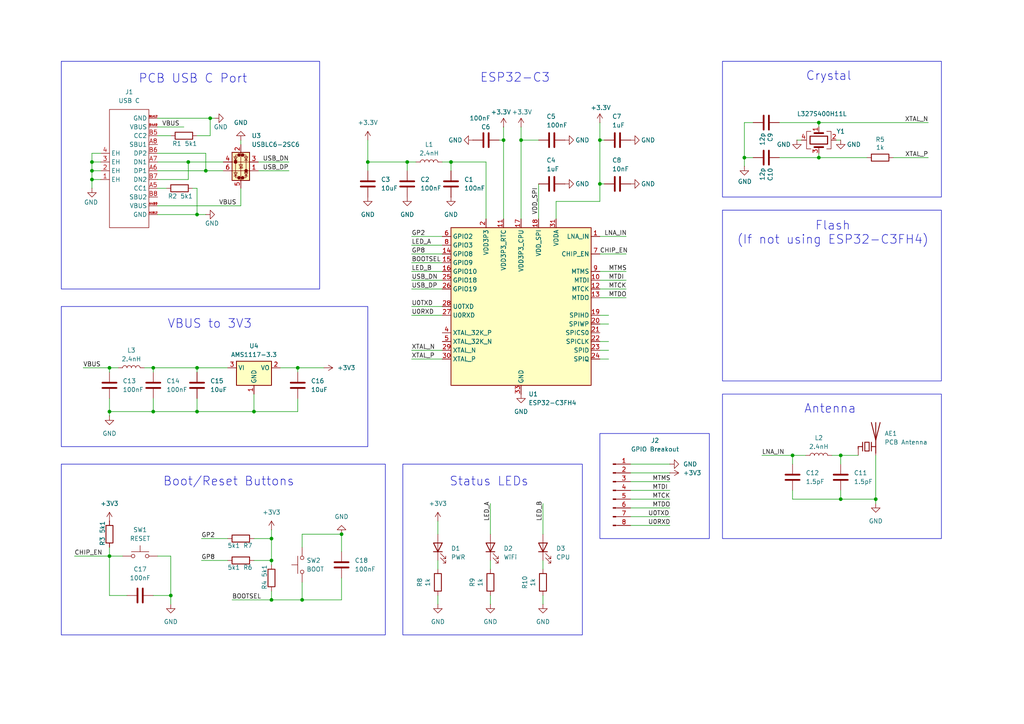
<source format=kicad_sch>
(kicad_sch (version 20250114) (generator "eeschema") (generator_version "9.0")
  (paper "A4")
  (title_block (title "Kevin's PCB Business Card") (company "Kevin Sun"))
  (lib_symbols
    (symbol "Connector:Conn_01x08_Pin" (pin_names (offset 1.016) (hide yes))
      (property "Reference" "J" (at 0 10.16 0))
      (property "Value" "Conn_01x08_Pin" (at 0 -12.7 0))
      (symbol "Conn_01x08_Pin_1_1"
        (rectangle (start 0.8636 7.747) (end 0 7.493) (stroke (width 0.1524)) (fill (type outline)))
        (rectangle (start 0.8636 5.207) (end 0 4.953) (stroke (width 0.1524)) (fill (type outline)))
        (rectangle (start 0.8636 2.667) (end 0 2.413) (stroke (width 0.1524)) (fill (type outline)))
        (rectangle (start 0.8636 0.127) (end 0 -0.127) (stroke (width 0.1524)) (fill (type outline)))
        (rectangle (start 0.8636 -2.413) (end 0 -2.667) (stroke (width 0.1524)) (fill (type outline)))
        (rectangle (start 0.8636 -4.953) (end 0 -5.207) (stroke (width 0.1524)) (fill (type outline)))
        (rectangle (start 0.8636 -7.493) (end 0 -7.747) (stroke (width 0.1524)) (fill (type outline)))
        (rectangle (start 0.8636 -10.033) (end 0 -10.287) (stroke (width 0.1524)) (fill (type outline)))
        (polyline (pts (xy 1.27 7.62) (xy 0.8636 7.62)) (stroke (width 0.1524)))
        (polyline (pts (xy 1.27 5.08) (xy 0.8636 5.08)) (stroke (width 0.1524)))
        (polyline (pts (xy 1.27 2.54) (xy 0.8636 2.54)) (stroke (width 0.1524)))
        (polyline (pts (xy 1.27 0) (xy 0.8636 0)) (stroke (width 0.1524)))
        (polyline (pts (xy 1.27 -2.54) (xy 0.8636 -2.54)) (stroke (width 0.1524)))
        (polyline (pts (xy 1.27 -5.08) (xy 0.8636 -5.08)) (stroke (width 0.1524)))
        (polyline (pts (xy 1.27 -7.62) (xy 0.8636 -7.62)) (stroke (width 0.1524)))
        (polyline (pts (xy 1.27 -10.16) (xy 0.8636 -10.16)) (stroke (width 0.1524)))
        (pin passive line (at 5.08 7.62 180) (length 3.81) (name "Pin_1") (number "1"))
        (pin passive line (at 5.08 5.08 180) (length 3.81) (name "Pin_2") (number "2"))
        (pin passive line (at 5.08 2.54 180) (length 3.81) (name "Pin_3") (number "3"))
        (pin passive line (at 5.08 0 180) (length 3.81) (name "Pin_4") (number "4"))
        (pin passive line (at 5.08 -2.54 180) (length 3.81) (name "Pin_5") (number "5"))
        (pin passive line (at 5.08 -5.08 180) (length 3.81) (name "Pin_6") (number "6"))
        (pin passive line (at 5.08 -7.62 180) (length 3.81) (name "Pin_7") (number "7"))
        (pin passive line (at 5.08 -10.16 180) (length 3.81) (name "Pin_8") (number "8"))
      )
    )
    (symbol "Device:Antenna_Chip" (pin_numbers (hide yes)) (pin_names (offset 1.016) (hide yes))
      (property "Reference" "AE" (at 0 5.08 0))
      (property "Value" "Antenna_Chip" (at 0 3.175 0))
      (symbol "Antenna_Chip_0_1"
        (polyline (pts (xy -2.54 0) (xy -2.54 -0.635)) (stroke (width 0.254)))
        (polyline (pts (xy -2.54 0) (xy -1.27 0)) (stroke (width 0.254)))
        (polyline (pts (xy -1.27 1.27) (xy -1.27 -1.27) (xy -1.27 0)) (stroke (width 0.254)))
        (polyline (pts (xy -0.635 1.27) (xy 0.635 1.27) (xy 0.635 -1.27) (xy -0.635 -1.27) (xy -0.635 1.27)) (stroke (width 0.254)))
        (polyline (pts (xy 1.27 1.27) (xy 1.27 -1.27)) (stroke (width 0.254)))
        (polyline (pts (xy 1.27 0) (xy 2.54 0)) (stroke (width 0.254)))
        (polyline (pts (xy 2.54 6.985) (xy 2.54 -1.905)) (stroke (width 0.254)))
        (polyline (pts (xy 2.54 -0.635) (xy 2.54 0)))
        (polyline (pts (xy 3.81 6.985) (xy 2.54 1.905) (xy 1.27 6.985)) (stroke (width 0.254)))
      )
      (symbol "Antenna_Chip_1_1"
        (pin input line (at -2.54 -2.54 90) (length 2.54) (name "FEED") (number "1"))
        (pin passive line (at 2.54 -2.54 90) (length 2.54) (name "PCB_Trace") (number "2"))
      )
    )
    (symbol "Device:C" (pin_numbers (hide yes)) (pin_names (offset 0.254))
      (property "Reference" "C" (at 0.635 2.54 0))
      (property "Value" "C" (at 0.635 -2.54 0))
      (symbol "C_0_1"
        (polyline (pts (xy -2.032 0.762) (xy 2.032 0.762)) (stroke (width 0.508)))
        (polyline (pts (xy -2.032 -0.762) (xy 2.032 -0.762)) (stroke (width 0.508)))
      )
      (symbol "C_1_1"
        (pin passive line (at 0 3.81 270) (length 2.794) (name "~") (number "1"))
        (pin passive line (at 0 -3.81 90) (length 2.794) (name "~") (number "2"))
      )
    )
    (symbol "Device:Crystal_GND24" (pin_names (offset 1.016) (hide yes))
      (property "Reference" "Y" (at 3.175 5.08 0))
      (property "Value" "Crystal_GND24" (at 3.175 3.175 0))
      (symbol "Crystal_GND24_0_1"
        (polyline (pts (xy -2.54 2.286) (xy -2.54 3.556) (xy 2.54 3.556) (xy 2.54 2.286)))
        (polyline (pts (xy -2.54 0) (xy -2.032 0)))
        (polyline (pts (xy -2.54 -2.286) (xy -2.54 -3.556) (xy 2.54 -3.556) (xy 2.54 -2.286)))
        (polyline (pts (xy -2.032 -1.27) (xy -2.032 1.27)) (stroke (width 0.508)))
        (rectangle (start -1.143 2.54) (end 1.143 -2.54) (stroke (width 0.3048)))
        (polyline (pts (xy 0 3.556) (xy 0 3.81)))
        (polyline (pts (xy 0 -3.81) (xy 0 -3.556)))
        (polyline (pts (xy 2.032 0) (xy 2.54 0)))
        (polyline (pts (xy 2.032 -1.27) (xy 2.032 1.27)) (stroke (width 0.508)))
      )
      (symbol "Crystal_GND24_1_1"
        (pin passive line (at -3.81 0 0) (length 1.27) (name "1") (number "1"))
        (pin passive line (at 0 5.08 270) (length 1.27) (name "2") (number "2"))
        (pin passive line (at 0 -5.08 90) (length 1.27) (name "4") (number "4"))
        (pin passive line (at 3.81 0 180) (length 1.27) (name "3") (number "3"))
      )
    )
    (symbol "Device:L" (pin_numbers (hide yes)) (pin_names (offset 1.016) (hide yes))
      (property "Reference" "L" (at -1.27 0 90))
      (property "Value" "L" (at 1.905 0 90))
      (symbol "L_0_1"
        (arc (start 0 2.54) (mid 0.6323 1.905) (end 0 1.27))
        (arc (start 0 1.27) (mid 0.6323 0.635) (end 0 0))
        (arc (start 0 0) (mid 0.6323 -0.635) (end 0 -1.27))
        (arc (start 0 -1.27) (mid 0.6323 -1.905) (end 0 -2.54))
      )
      (symbol "L_1_1"
        (pin passive line (at 0 3.81 270) (length 1.27) (name "1") (number "1"))
        (pin passive line (at 0 -3.81 90) (length 1.27) (name "2") (number "2"))
      )
    )
    (symbol "Device:LED" (pin_numbers (hide yes)) (pin_names (offset 1.016) (hide yes))
      (property "Reference" "D" (at 0 2.54 0))
      (property "Value" "LED" (at 0 -2.54 0))
      (symbol "LED_0_1"
        (polyline (pts (xy -3.048 -0.762) (xy -4.572 -2.286) (xy -3.81 -2.286) (xy -4.572 -2.286) (xy -4.572 -1.524)))
        (polyline (pts (xy -1.778 -0.762) (xy -3.302 -2.286) (xy -2.54 -2.286) (xy -3.302 -2.286) (xy -3.302 -1.524)))
        (polyline (pts (xy -1.27 0) (xy 1.27 0)))
        (polyline (pts (xy -1.27 -1.27) (xy -1.27 1.27)) (stroke (width 0.254)))
        (polyline (pts (xy 1.27 -1.27) (xy 1.27 1.27) (xy -1.27 0) (xy 1.27 -1.27)) (stroke (width 0.254)))
      )
      (symbol "LED_1_1"
        (pin passive line (at -3.81 0 0) (length 2.54) (name "K") (number "1"))
        (pin passive line (at 3.81 0 180) (length 2.54) (name "A") (number "2"))
      )
    )
    (symbol "Device:R" (pin_numbers (hide yes)) (pin_names (offset 0))
      (property "Reference" "R" (at 2.032 0 90))
      (property "Value" "R" (at 0 0 90))
      (symbol "R_0_1"
        (rectangle (start -1.016 -2.54) (end 1.016 2.54) (stroke (width 0.254)))
      )
      (symbol "R_1_1"
        (pin passive line (at 0 3.81 270) (length 1.27) (name "~") (number "1"))
        (pin passive line (at 0 -3.81 90) (length 1.27) (name "~") (number "2"))
      )
    )
    (symbol "MCU_Espressif:ESP32-C3"
      (property "Reference" "U" (at -17.272 23.876 0))
      (property "Value" "ESP32-C3" (at 16.256 23.876 0))
      (symbol "ESP32-C3_1_1"
        (rectangle (start -20.32 22.86) (end 20.32 -22.86) (stroke (width 0.254)) (fill (type background)))
        (pin bidirectional line (at -22.86 20.32 0) (length 2.54) (name "GPIO2") (number "6"))
        (pin bidirectional line (at -22.86 17.78 0) (length 2.54) (name "GPIO3") (number "8"))
        (pin bidirectional line (at -22.86 15.24 0) (length 2.54) (name "GPIO8") (number "14"))
        (pin bidirectional line (at -22.86 12.7 0) (length 2.54) (name "GPIO9") (number "15"))
        (pin bidirectional line (at -22.86 10.16 0) (length 2.54) (name "GPIO10") (number "16"))
        (pin bidirectional line (at -22.86 7.62 0) (length 2.54) (name "GPIO18") (number "25"))
        (pin bidirectional line (at -22.86 5.08 0) (length 2.54) (name "GPIO19") (number "26"))
        (pin bidirectional line (at -22.86 0 0) (length 2.54) (name "U0TXD") (number "28"))
        (pin bidirectional line (at -22.86 -2.54 0) (length 2.54) (name "U0RXD") (number "27"))
        (pin bidirectional line (at -22.86 -7.62 0) (length 2.54) (name "XTAL_32K_P") (number "4"))
        (pin bidirectional line (at -22.86 -10.16 0) (length 2.54) (name "XTAL_32K_N") (number "5"))
        (pin bidirectional line (at -22.86 -12.7 0) (length 2.54) (name "XTAL_N") (number "29"))
        (pin bidirectional line (at -22.86 -15.24 0) (length 2.54) (name "XTAL_P") (number "30"))
        (pin power_in line (at -10.16 25.4 270) (length 2.54) (name "VDD3P3") (number "2"))
        (pin passive line (at -10.16 25.4 270) (length 2.54) (hide yes) (name "VDD3P3") (number "3"))
        (pin power_in line (at -5.08 25.4 270) (length 2.54) (name "VDD3P3_RTC") (number "11"))
        (pin power_in line (at 0 25.4 270) (length 2.54) (name "VDD3P3_CPU") (number "17"))
        (pin power_in line (at 0 -25.4 90) (length 2.54) (name "GND") (number "33"))
        (pin power_out line (at 5.08 25.4 270) (length 2.54) (name "VDD_SPI") (number "18"))
        (pin power_in line (at 10.16 25.4 270) (length 2.54) (name "VDDA") (number "31"))
        (pin passive line (at 10.16 25.4 270) (length 2.54) (hide yes) (name "VDDA") (number "32"))
        (pin bidirectional line (at 22.86 20.32 180) (length 2.54) (name "LNA_IN") (number "1"))
        (pin bidirectional line (at 22.86 15.24 180) (length 2.54) (name "CHIP_EN") (number "7"))
        (pin bidirectional line (at 22.86 10.16 180) (length 2.54) (name "MTMS") (number "9"))
        (pin bidirectional line (at 22.86 7.62 180) (length 2.54) (name "MTDI") (number "10"))
        (pin bidirectional line (at 22.86 5.08 180) (length 2.54) (name "MTCK") (number "12"))
        (pin bidirectional line (at 22.86 2.54 180) (length 2.54) (name "MTDO") (number "13"))
        (pin bidirectional line (at 22.86 -2.54 180) (length 2.54) (name "SPIHD") (number "19"))
        (pin bidirectional line (at 22.86 -5.08 180) (length 2.54) (name "SPIWP") (number "20"))
        (pin bidirectional line (at 22.86 -7.62 180) (length 2.54) (name "SPICS0") (number "21"))
        (pin bidirectional line (at 22.86 -10.16 180) (length 2.54) (name "SPICLK") (number "22"))
        (pin bidirectional line (at 22.86 -12.7 180) (length 2.54) (name "SPID") (number "23"))
        (pin bidirectional line (at 22.86 -15.24 180) (length 2.54) (name "SPIQ") (number "24"))
      )
    )
    (symbol "Power_Protection:USBLC6-2SC6" (pin_names (hide yes))
      (property "Reference" "U" (at 0.635 5.715 0))
      (property "Value" "USBLC6-2SC6" (at 0.635 3.81 0))
      (symbol "USBLC6-2SC6_0_0"
        (circle (center -1.524 0) (radius 0.0001) (stroke (width 0.508)))
        (circle (center -0.508 2.032) (radius 0.0001) (stroke (width 0.508)))
        (circle (center -0.508 -4.572) (radius 0.0001) (stroke (width 0.508)))
        (circle (center 0.508 2.032) (radius 0.0001) (stroke (width 0.508)))
        (circle (center 0.508 -4.572) (radius 0.0001) (stroke (width 0.508)))
        (circle (center 1.524 -2.54) (radius 0.0001) (stroke (width 0.508)))
      )
      (symbol "USBLC6-2SC6_0_1"
        (polyline (pts (xy -2.54 0) (xy 2.54 0)))
        (polyline (pts (xy -2.54 -2.54) (xy 2.54 -2.54)))
        (polyline (pts (xy -2.032 0.508) (xy -1.016 0.508) (xy -1.524 1.524) (xy -2.032 0.508)))
        (polyline (pts (xy -2.032 -3.048) (xy -1.016 -3.048)))
        (polyline (pts (xy -1.016 1.524) (xy -2.032 1.524)))
        (polyline (pts (xy -1.016 -4.064) (xy -2.032 -4.064) (xy -1.524 -3.048) (xy -1.016 -4.064)))
        (polyline (pts (xy -0.508 -1.143) (xy -0.508 -0.762) (xy 0.508 -0.762)))
        (polyline (pts (xy 0 2.54) (xy -0.508 2.032) (xy 0.508 2.032) (xy 0 1.524) (xy 0 -4.064) (xy -0.508 -4.572) (xy 0.508 -4.572) (xy 0 -5.08)))
        (polyline (pts (xy 0.508 -1.778) (xy -0.508 -1.778) (xy 0 -0.762) (xy 0.508 -1.778)))
        (polyline (pts (xy 1.016 1.524) (xy 2.032 1.524)))
        (polyline (pts (xy 1.016 -3.048) (xy 2.032 -3.048)))
        (polyline (pts (xy 2.032 0.508) (xy 1.016 0.508) (xy 1.524 1.524) (xy 2.032 0.508)))
        (polyline (pts (xy 2.032 -4.064) (xy 1.016 -4.064) (xy 1.524 -3.048) (xy 2.032 -4.064)))
      )
      (symbol "USBLC6-2SC6_1_1"
        (rectangle (start -2.54 2.794) (end 2.54 -5.334) (stroke (width 0.254)) (fill (type background)))
        (polyline (pts (xy -0.508 2.032) (xy -1.524 2.032) (xy -1.524 -4.572) (xy -0.508 -4.572)))
        (polyline (pts (xy 0.508 -4.572) (xy 1.524 -4.572) (xy 1.524 2.032) (xy 0.508 2.032)))
        (pin passive line (at -5.08 0 0) (length 2.54) (name "I/O1") (number "1"))
        (pin passive line (at -5.08 -2.54 0) (length 2.54) (name "I/O2") (number "3"))
        (pin passive line (at 0 5.08 270) (length 2.54) (name "VBUS") (number "5"))
        (pin passive line (at 0 -7.62 90) (length 2.54) (name "GND") (number "2"))
        (pin passive line (at 5.08 0 180) (length 2.54) (name "I/O1") (number "6"))
        (pin passive line (at 5.08 -2.54 180) (length 2.54) (name "I/O2") (number "4"))
      )
    )
    (symbol "ProLib_pcs_2025-11-09:TYPE-C60230-511-SC16"
      (property "Reference" "USB" (at 0 0 0))
      (symbol "TYPE-C60230-511-SC16_1_0"
        (rectangle (start -6.35 16.51) (end 5.08 -17.78))
        (pin unspecified line (at -8.89 12.7 0) (length 2.54) (name "GND") (number "A1B12"))
        (pin unspecified line (at -8.89 10.16 0) (length 2.54) (name "VBUS") (number "A4B9"))
        (pin unspecified line (at -8.89 7.62 0) (length 2.54) (name "SBU2") (number "B8"))
        (pin unspecified line (at -8.89 5.08 0) (length 2.54) (name "CC1") (number "A5"))
        (pin unspecified line (at -8.89 2.54 0) (length 2.54) (name "DN2") (number "B7"))
        (pin unspecified line (at -8.89 0 0) (length 2.54) (name "DP1") (number "A6"))
        (pin unspecified line (at -8.89 -2.54 0) (length 2.54) (name "DN1") (number "A7"))
        (pin unspecified line (at -8.89 -5.08 0) (length 2.54) (name "DP2") (number "B6"))
        (pin unspecified line (at -8.89 -7.62 0) (length 2.54) (name "SBU1") (number "A8"))
        (pin unspecified line (at -8.89 -10.16 0) (length 2.54) (name "CC2") (number "B5"))
        (pin unspecified line (at -8.89 -12.7 0) (length 2.54) (name "VBUS") (number "B4A9"))
        (pin unspecified line (at -8.89 -15.24 0) (length 2.54) (name "GND") (number "B1A12"))
        (pin unspecified line (at 7.62 2.54 180) (length 2.54) (name "EH") (number "1"))
        (pin unspecified line (at 7.62 0 180) (length 2.54) (name "EH") (number "2"))
        (pin unspecified line (at 7.62 -2.54 180) (length 2.54) (name "EH") (number "3"))
        (pin unspecified line (at 7.62 -5.08 180) (length 2.54) (name "EH") (number "4"))
      )
    )
    (symbol "Regulator_Linear:AMS1117-3.3"
      (property "Reference" "U" (at -3.81 3.175 0))
      (property "Value" "AMS1117-3.3" (at 0 3.175 0))
      (symbol "AMS1117-3.3_0_1"
        (rectangle (start -5.08 -5.08) (end 5.08 1.905) (stroke (width 0.254)) (fill (type background)))
      )
      (symbol "AMS1117-3.3_1_1"
        (pin power_in line (at -7.62 0 0) (length 2.54) (name "VI") (number "3"))
        (pin power_in line (at 0 -7.62 90) (length 2.54) (name "GND") (number "1"))
        (pin power_out line (at 7.62 0 180) (length 2.54) (name "VO") (number "2"))
      )
    )
    (symbol "Switch:SW_Push" (pin_numbers (hide yes)) (pin_names (offset 1.016) (hide yes))
      (property "Reference" "SW" (at 1.27 2.54 0))
      (property "Value" "SW_Push" (at 0 -1.524 0))
      (symbol "SW_Push_0_1"
        (circle (center -2.032 0) (radius 0.508))
        (polyline (pts (xy 0 1.27) (xy 0 3.048)))
        (circle (center 2.032 0) (radius 0.508))
        (polyline (pts (xy 2.54 1.27) (xy -2.54 1.27)))
        (pin passive line (at -5.08 0 0) (length 2.54) (name "1") (number "1"))
        (pin passive line (at 5.08 0 180) (length 2.54) (name "2") (number "2"))
      )
    )
    (symbol "power:+3.3V" (power) (pin_numbers (hide yes)) (pin_names (offset 0) (hide yes))
      (property "Value" "+3.3V" (at 0 3.556 0))
      (symbol "+3.3V_0_1"
        (polyline (pts (xy -0.762 1.27) (xy 0 2.54)))
        (polyline (pts (xy 0 2.54) (xy 0.762 1.27)))
        (polyline (pts (xy 0 0) (xy 0 2.54)))
      )
      (symbol "+3.3V_1_1"
        (pin power_in line (at 0 0 90) (length 0) (name "~") (number "1"))
      )
    )
    (symbol "power:+3V3" (power) (pin_numbers (hide yes)) (pin_names (offset 0) (hide yes))
      (property "Value" "+3V3" (at 0 3.556 0))
      (symbol "+3V3_0_1"
        (polyline (pts (xy -0.762 1.27) (xy 0 2.54)))
        (polyline (pts (xy 0 2.54) (xy 0.762 1.27)))
        (polyline (pts (xy 0 0) (xy 0 2.54)))
      )
      (symbol "+3V3_1_1"
        (pin power_in line (at 0 0 90) (length 0) (name "~") (number "1"))
      )
    )
    (symbol "power:GND" (power) (pin_numbers (hide yes)) (pin_names (offset 0) (hide yes))
      (property "Value" "GND" (at 0 -3.81 0))
      (symbol "GND_0_1"
        (polyline (pts (xy 0 0) (xy 0 -1.27) (xy 1.27 -1.27) (xy 0 -2.54) (xy -1.27 -1.27) (xy 0 -1.27)))
      )
      (symbol "GND_1_1"
        (pin power_in line (at 0 0 270) (length 0) (name "~") (number "1"))
      )
    )
  )
  (rectangle (start 209.55 60.96) (end 273.05 110.49))
  (rectangle (start 17.78 134.62) (end 111.76 184.15))
  (rectangle (start 173.99 125.73) (end 205.74 156.21))
  (rectangle (start 209.55 114.3) (end 273.05 156.21))
  (rectangle (start 209.55 17.78) (end 273.05 57.15))
  (rectangle (start 17.78 88.9) (end 106.68 129.54))
  (rectangle (start 17.78 17.78) (end 92.71 83.82))
  (rectangle (start 116.84 134.62) (end 168.91 184.15))
  (text "Flash\n(If not using ESP32-C3FH4)" (at 241.554 71.12 0) (effects (font (size 2.54 2.54)) (justify bottom)))
  (text "ESP32-C3" (at 139.192 24.13 0) (effects (font (size 2.54 2.54)) (justify left bottom)))
  (text "VBUS to 3V3" (at 48.514 95.504 0) (effects (font (size 2.54 2.54)) (justify left bottom)))
  (text "Crystal" (at 233.68 23.622 0) (effects (font (size 2.54 2.54)) (justify left bottom)))
  (text "Boot/Reset Buttons" (at 47.244 141.224 0) (effects (font (size 2.54 2.54)) (justify left bottom)))
  (text "PCB USB C Port" (at 40.132 24.384 0) (effects (font (size 2.54 2.54)) (justify left bottom)))
  (text "Status LEDs" (at 130.302 141.224 0) (effects (font (size 2.54 2.54)) (justify left bottom)))
  (text "Antenna" (at 233.172 120.142 0) (effects (font (size 2.54 2.54)) (justify left bottom)))
  (junction (at 173.99 40.64))
  (junction (at 78.74 156.21))
  (junction (at 237.49 45.72))
  (junction (at 49.53 172.72))
  (junction (at 130.81 46.99))
  (junction (at 26.67 49.53))
  (junction (at 146.05 40.64))
  (junction (at 44.45 106.68))
  (junction (at 26.67 52.07))
  (junction (at 73.66 119.38))
  (junction (at 87.63 173.99))
  (junction (at 243.84 144.78))
  (junction (at 78.74 173.99))
  (junction (at 44.45 119.38))
  (junction (at 173.99 53.34))
  (junction (at 57.15 62.23))
  (junction (at 57.15 119.38))
  (junction (at 86.36 106.68))
  (junction (at 215.9 45.72))
  (junction (at 229.87 132.08))
  (junction (at 237.49 35.56))
  (junction (at 78.74 162.56))
  (junction (at 26.67 46.99))
  (junction (at 99.06 154.94))
  (junction (at 59.69 49.53))
  (junction (at 254 144.78))
  (junction (at 106.68 46.99))
  (junction (at 31.75 119.38))
  (junction (at 243.84 132.08))
  (junction (at 54.61 46.99))
  (junction (at 151.13 40.64))
  (junction (at 118.11 46.99))
  (junction (at 31.75 161.29))
  (junction (at 57.15 106.68))
  (junction (at 31.75 106.68))
  (junction (at 60.96 34.29))
  (wire (pts (xy 146.05 40.64) (xy 146.05 63.5)))
  (wire (pts (xy 157.48 146.05) (xy 157.48 154.94)))
  (wire (pts (xy 31.75 106.68) (xy 34.29 106.68)))
  (wire (pts (xy 229.87 144.78) (xy 229.87 142.24)))
  (wire (pts (xy 218.44 45.72) (xy 215.9 45.72)))
  (wire (pts (xy 45.72 36.83) (xy 53.34 36.83)))
  (wire (pts (xy 182.88 137.16) (xy 194.31 137.16)))
  (wire (pts (xy 226.06 45.72) (xy 237.49 45.72)))
  (wire (pts (xy 45.72 62.23) (xy 57.15 62.23)))
  (wire (pts (xy 119.38 71.12) (xy 128.27 71.12)))
  (wire (pts (xy 130.81 46.99) (xy 130.81 49.53)))
  (wire (pts (xy 59.69 44.45) (xy 59.69 49.53)))
  (wire (pts (xy 173.99 53.34) (xy 173.99 40.64)))
  (wire (pts (xy 215.9 45.72) (xy 215.9 48.26)))
  (wire (pts (xy 78.74 173.99) (xy 87.63 173.99)))
  (wire (pts (xy 86.36 119.38) (xy 73.66 119.38)))
  (wire (pts (xy 237.49 36.83) (xy 237.49 35.56)))
  (wire (pts (xy 73.66 119.38) (xy 57.15 119.38)))
  (wire (pts (xy 57.15 115.57) (xy 57.15 119.38)))
  (wire (pts (xy 57.15 39.37) (xy 60.96 39.37)))
  (wire (pts (xy 182.88 139.7) (xy 194.31 139.7)))
  (wire (pts (xy 173.99 104.14) (xy 176.53 104.14)))
  (wire (pts (xy 81.28 106.68) (xy 86.36 106.68)))
  (wire (pts (xy 127 162.56) (xy 127 165.1)))
  (wire (pts (xy 173.99 78.74) (xy 181.61 78.74)))
  (wire (pts (xy 26.67 46.99) (xy 26.67 44.45)))
  (wire (pts (xy 21.59 161.29) (xy 31.75 161.29)))
  (wire (pts (xy 44.45 106.68) (xy 57.15 106.68)))
  (wire (pts (xy 60.96 34.29) (xy 62.23 34.29)))
  (wire (pts (xy 45.72 44.45) (xy 59.69 44.45)))
  (wire (pts (xy 86.36 106.68) (xy 86.36 107.95)))
  (wire (pts (xy 106.68 40.64) (xy 106.68 46.99)))
  (wire (pts (xy 119.38 73.66) (xy 128.27 73.66)))
  (wire (pts (xy 44.45 119.38) (xy 44.45 115.57)))
  (wire (pts (xy 106.68 46.99) (xy 106.68 49.53)))
  (wire (pts (xy 226.06 35.56) (xy 237.49 35.56)))
  (wire (pts (xy 31.75 119.38) (xy 44.45 119.38)))
  (wire (pts (xy 128.27 46.99) (xy 130.81 46.99)))
  (wire (pts (xy 26.67 49.53) (xy 29.21 49.53)))
  (wire (pts (xy 69.85 54.61) (xy 69.85 59.69)))
  (wire (pts (xy 26.67 49.53) (xy 26.67 46.99)))
  (wire (pts (xy 130.81 46.99) (xy 140.97 46.99)))
  (wire (pts (xy 78.74 156.21) (xy 78.74 162.56)))
  (wire (pts (xy 59.69 49.53) (xy 64.77 49.53)))
  (wire (pts (xy 233.68 132.08) (xy 229.87 132.08)))
  (wire (pts (xy 182.88 142.24) (xy 194.31 142.24)))
  (wire (pts (xy 173.99 86.36) (xy 181.61 86.36)))
  (wire (pts (xy 78.74 153.67) (xy 78.74 156.21)))
  (wire (pts (xy 119.38 68.58) (xy 128.27 68.58)))
  (wire (pts (xy 182.88 152.4) (xy 194.31 152.4)))
  (wire (pts (xy 241.3 132.08) (xy 243.84 132.08)))
  (wire (pts (xy 140.97 46.99) (xy 140.97 63.5)))
  (wire (pts (xy 229.87 144.78) (xy 243.84 144.78)))
  (wire (pts (xy 26.67 52.07) (xy 26.67 49.53)))
  (wire (pts (xy 119.38 83.82) (xy 128.27 83.82)))
  (wire (pts (xy 173.99 81.28) (xy 181.61 81.28)))
  (wire (pts (xy 57.15 106.68) (xy 57.15 107.95)))
  (wire (pts (xy 26.67 54.61) (xy 26.67 52.07)))
  (wire (pts (xy 45.72 54.61) (xy 48.26 54.61)))
  (wire (pts (xy 31.75 158.75) (xy 31.75 161.29)))
  (wire (pts (xy 237.49 35.56) (xy 269.24 35.56)))
  (wire (pts (xy 44.45 106.68) (xy 44.45 107.95)))
  (wire (pts (xy 44.45 172.72) (xy 49.53 172.72)))
  (wire (pts (xy 119.38 81.28) (xy 128.27 81.28)))
  (wire (pts (xy 182.88 144.78) (xy 194.31 144.78)))
  (wire (pts (xy 87.63 158.75) (xy 87.63 154.94)))
  (wire (pts (xy 142.24 146.05) (xy 142.24 154.94)))
  (wire (pts (xy 127 151.13) (xy 127 154.94)))
  (wire (pts (xy 67.31 173.99) (xy 78.74 173.99)))
  (wire (pts (xy 182.88 149.86) (xy 194.31 149.86)))
  (wire (pts (xy 58.42 162.56) (xy 66.04 162.56)))
  (wire (pts (xy 73.66 114.3) (xy 73.66 119.38)))
  (wire (pts (xy 58.42 156.21) (xy 66.04 156.21)))
  (wire (pts (xy 57.15 62.23) (xy 57.15 54.61)))
  (wire (pts (xy 259.08 45.72) (xy 269.24 45.72)))
  (wire (pts (xy 243.84 134.62) (xy 243.84 132.08)))
  (wire (pts (xy 26.67 44.45) (xy 29.21 44.45)))
  (wire (pts (xy 31.75 119.38) (xy 31.75 120.65)))
  (wire (pts (xy 243.84 132.08) (xy 248.92 132.08)))
  (wire (pts (xy 45.72 52.07) (xy 54.61 52.07)))
  (wire (pts (xy 242.57 40.64) (xy 243.84 40.64)))
  (wire (pts (xy 173.99 40.64) (xy 175.26 40.64)))
  (wire (pts (xy 215.9 35.56) (xy 215.9 45.72)))
  (wire (pts (xy 26.67 46.99) (xy 29.21 46.99)))
  (wire (pts (xy 41.91 106.68) (xy 44.45 106.68)))
  (wire (pts (xy 142.24 172.72) (xy 142.24 175.26)))
  (wire (pts (xy 151.13 40.64) (xy 156.21 40.64)))
  (wire (pts (xy 146.05 36.83) (xy 146.05 40.64)))
  (wire (pts (xy 26.67 52.07) (xy 29.21 52.07)))
  (wire (pts (xy 175.26 53.34) (xy 173.99 53.34)))
  (wire (pts (xy 31.75 115.57) (xy 31.75 119.38)))
  (wire (pts (xy 118.11 46.99) (xy 106.68 46.99)))
  (wire (pts (xy 173.99 73.66) (xy 181.61 73.66)))
  (wire (pts (xy 229.87 132.08) (xy 229.87 134.62)))
  (wire (pts (xy 87.63 173.99) (xy 99.06 173.99)))
  (wire (pts (xy 57.15 119.38) (xy 44.45 119.38)))
  (wire (pts (xy 119.38 88.9) (xy 128.27 88.9)))
  (wire (pts (xy 142.24 162.56) (xy 142.24 165.1)))
  (wire (pts (xy 45.72 59.69) (xy 69.85 59.69)))
  (wire (pts (xy 127 172.72) (xy 127 175.26)))
  (wire (pts (xy 73.66 162.56) (xy 78.74 162.56)))
  (wire (pts (xy 69.85 40.64) (xy 69.85 41.91)))
  (wire (pts (xy 173.99 91.44) (xy 176.53 91.44)))
  (wire (pts (xy 254 132.08) (xy 254 144.78)))
  (wire (pts (xy 118.11 49.53) (xy 118.11 46.99)))
  (wire (pts (xy 182.88 134.62) (xy 194.31 134.62)))
  (wire (pts (xy 173.99 58.42) (xy 173.99 53.34)))
  (wire (pts (xy 54.61 46.99) (xy 64.77 46.99)))
  (wire (pts (xy 31.75 107.95) (xy 31.75 106.68)))
  (wire (pts (xy 36.83 172.72) (xy 31.75 172.72)))
  (wire (pts (xy 119.38 104.14) (xy 128.27 104.14)))
  (wire (pts (xy 119.38 91.44) (xy 128.27 91.44)))
  (wire (pts (xy 156.21 53.34) (xy 156.21 63.5)))
  (wire (pts (xy 243.84 144.78) (xy 254 144.78)))
  (wire (pts (xy 54.61 52.07) (xy 54.61 46.99)))
  (wire (pts (xy 173.99 101.6) (xy 176.53 101.6)))
  (wire (pts (xy 243.84 144.78) (xy 243.84 142.24)))
  (wire (pts (xy 254 146.05) (xy 254 144.78)))
  (wire (pts (xy 119.38 76.2) (xy 128.27 76.2)))
  (wire (pts (xy 57.15 106.68) (xy 66.04 106.68)))
  (wire (pts (xy 173.99 93.98) (xy 176.53 93.98)))
  (wire (pts (xy 218.44 35.56) (xy 215.9 35.56)))
  (wire (pts (xy 173.99 35.56) (xy 173.99 40.64)))
  (wire (pts (xy 99.06 173.99) (xy 99.06 167.64)))
  (wire (pts (xy 87.63 168.91) (xy 87.63 173.99)))
  (wire (pts (xy 60.96 34.29) (xy 60.96 39.37)))
  (wire (pts (xy 173.99 83.82) (xy 181.61 83.82)))
  (wire (pts (xy 45.72 39.37) (xy 49.53 39.37)))
  (wire (pts (xy 49.53 161.29) (xy 49.53 172.72)))
  (wire (pts (xy 118.11 46.99) (xy 120.65 46.99)))
  (wire (pts (xy 87.63 154.94) (xy 99.06 154.94)))
  (wire (pts (xy 73.66 156.21) (xy 78.74 156.21)))
  (wire (pts (xy 86.36 106.68) (xy 93.98 106.68)))
  (wire (pts (xy 45.72 161.29) (xy 49.53 161.29)))
  (wire (pts (xy 119.38 78.74) (xy 128.27 78.74)))
  (wire (pts (xy 220.98 132.08) (xy 229.87 132.08)))
  (wire (pts (xy 45.72 49.53) (xy 59.69 49.53)))
  (wire (pts (xy 74.93 46.99) (xy 83.82 46.99)))
  (wire (pts (xy 161.29 58.42) (xy 173.99 58.42)))
  (wire (pts (xy 31.75 161.29) (xy 35.56 161.29)))
  (wire (pts (xy 157.48 172.72) (xy 157.48 175.26)))
  (wire (pts (xy 151.13 36.83) (xy 151.13 40.64)))
  (wire (pts (xy 182.88 147.32) (xy 194.31 147.32)))
  (wire (pts (xy 57.15 62.23) (xy 59.69 62.23)))
  (wire (pts (xy 45.72 46.99) (xy 54.61 46.99)))
  (wire (pts (xy 57.15 54.61) (xy 55.88 54.61)))
  (wire (pts (xy 173.99 68.58) (xy 181.61 68.58)))
  (wire (pts (xy 78.74 162.56) (xy 78.74 163.83)))
  (wire (pts (xy 31.75 172.72) (xy 31.75 161.29)))
  (wire (pts (xy 231.14 40.64) (xy 232.41 40.64)))
  (wire (pts (xy 237.49 44.45) (xy 237.49 45.72)))
  (wire (pts (xy 24.13 106.68) (xy 31.75 106.68)))
  (wire (pts (xy 45.72 34.29) (xy 60.96 34.29)))
  (wire (pts (xy 78.74 171.45) (xy 78.74 173.99)))
  (wire (pts (xy 144.78 40.64) (xy 146.05 40.64)))
  (wire (pts (xy 151.13 40.64) (xy 151.13 63.5)))
  (wire (pts (xy 161.29 63.5) (xy 161.29 58.42)))
  (wire (pts (xy 173.99 99.06) (xy 176.53 99.06)))
  (wire (pts (xy 119.38 101.6) (xy 128.27 101.6)))
  (wire (pts (xy 74.93 49.53) (xy 83.82 49.53)))
  (wire (pts (xy 86.36 115.57) (xy 86.36 119.38)))
  (wire (pts (xy 237.49 45.72) (xy 251.46 45.72)))
  (wire (pts (xy 157.48 162.56) (xy 157.48 165.1)))
  (wire (pts (xy 49.53 172.72) (xy 49.53 175.26)))
  (wire (pts (xy 99.06 154.94) (xy 99.06 160.02)))
  (label "U0TXD" (at 119.38 88.9 0))
  (label "VBUS" (at 46.99 36.83 0))
  (label "U0RXD" (at 187.96 152.4 0))
  (label "XTAL_P" (at 269.24 45.72 180))
  (label "U0RXD" (at 119.38 91.44 0))
  (label "GP2" (at 119.38 68.58 0))
  (label "GP2" (at 58.42 156.21 0))
  (label "VBUS" (at 24.13 106.68 0))
  (label "MTDI" (at 176.53 81.28 0))
  (label "XTAL_N" (at 119.38 101.6 0))
  (label "USB_DP" (at 119.38 83.82 0))
  (label "MTDO" (at 189.23 147.32 0))
  (label "LED_B" (at 119.38 78.74 0))
  (label "BOOTSEL" (at 119.38 76.2 0))
  (label "MTMS" (at 189.23 139.7 0))
  (label "USB_DP" (at 76.2 49.53 0))
  (label "CHIP_EN" (at 173.99 73.66 0))
  (label "MTMS" (at 176.53 78.74 0))
  (label "GP8" (at 58.42 162.56 0))
  (label "LNA_IN" (at 175.26 68.58 0))
  (label "MTCK" (at 176.53 83.82 0))
  (label "XTAL_P" (at 119.38 104.14 0))
  (label "LED_A" (at 142.24 151.13 90))
  (label "MTDI" (at 189.23 142.24 0))
  (label "LED_A" (at 119.38 71.12 0))
  (label "XTAL_N" (at 269.24 35.56 180))
  (label "USB_DN" (at 119.38 81.28 0))
  (label "MTCK" (at 189.23 144.78 0))
  (label "U0TXD" (at 187.96 149.86 0))
  (label "BOOTSEL" (at 67.31 173.99 0))
  (label "VDD_SPI" (at 156.21 62.23 90))
  (label "LNA_IN" (at 220.98 132.08 0))
  (label "VBUS" (at 63.5 59.69 0))
  (label "USB_DN" (at 76.2 46.99 0))
  (label "CHIP_EN" (at 21.59 161.29 0))
  (label "LED_B" (at 157.48 151.13 90))
  (label "MTDO" (at 176.53 86.36 0))
  (label "GP8" (at 119.38 73.66 0))
  (symbol (lib_id "Power_Protection:USBLC6-2SC6") (at 69.85 49.53 180) (unit 1)
    (property "Reference" "U3" (at 72.9681 39.37 0) (effects (justify right)))
    (property "Value" "USBLC6-2SC6" (at 72.9681 41.91 0) (effects (justify right)))
    (property "Footprint" "Package_TO_SOT_SMD:SOT-23-6" (effects (hide yes)))
    (property "Datasheet" "https://www.st.com/resource/en/datasheet/usblc6-2.pdf" (effects (hide yes)))
    (property "Description" "Very low capacitance ESD protection diode, 2 data-line, SOT-23-6" (effects (hide yes)))
    (property "JLCPCB" "C2687116" (effects (hide yes)))
  )
  (symbol (lib_id "power:GND") (at 215.9 48.26 0) (unit 1)
    (property "Reference" "#PWR015" (effects (hide yes)))
    (property "Value" "GND" (at 216.027 52.6542 0))
  )
  (symbol (lib_id "Switch:SW_Push") (at 87.63 163.83 90) (unit 1)
    (property "Reference" "SW2" (at 88.9 162.5599 90) (effects (justify right)))
    (property "Value" "BOOT" (at 88.9 165.0999 90) (effects (justify right)))
    (property "Footprint" "TS-1187A-B-A-B:SW_TS-1187A-B-A-B" (effects (hide yes)))
    (property "Description" "Push button switch, generic, two pins" (effects (hide yes)))
    (property "JLCPCB" "C318884" (effects (hide yes)))
  )
  (symbol (lib_id "Device:R") (at 53.34 39.37 270) (unit 1)
    (property "Reference" "R1" (at 51.308 41.656 90))
    (property "Value" "5k1" (at 55.372 41.656 90))
    (property "Footprint" "Resistor_SMD:R_0402_1005Metric" (effects (hide yes)))
    (property "Description" "Resistor" (effects (hide yes)))
    (property "JLCPCB" "C25905" (effects (hide yes)))
  )
  (symbol (lib_id "power:GND") (at 243.84 40.64 0) (unit 1)
    (property "Reference" "#PWR017" (effects (hide yes)))
    (property "Value" "GND" (at 247.65 41.91 0))
  )
  (symbol (lib_id "Device:C") (at 40.64 172.72 90) (unit 1)
    (property "Reference" "C17" (at 40.64 165.1 90))
    (property "Value" "100nF" (at 40.64 167.64 90))
    (property "Footprint" "Capacitor_SMD:C_0402_1005Metric" (effects (hide yes)))
    (property "Description" "Unpolarized capacitor" (effects (hide yes)))
    (property "JLCPCB" "C1525" (effects (hide yes)))
  )
  (symbol (lib_id "Connector:Conn_01x08_Pin") (at 177.8 142.24 0) (unit 1)
    (property "Reference" "J2" (at 189.992 127.762 0))
    (property "Value" "GPIO Breakout" (at 189.992 130.302 0))
    (property "Footprint" "Connector_PinHeader_2.54mm:PinHeader_1x08_P2.54mm_Vertical" (effects (hide yes)))
    (property "Description" "Generic connector, single row, 01x08, script generated" (effects (hide yes)))
  )
  (symbol (lib_id "Device:C") (at 179.07 53.34 90) (unit 1)
    (property "Reference" "C8" (at 177.546 46.482 90) (effects (justify right)))
    (property "Value" "10nF" (at 177.546 49.022 90) (effects (justify right)))
    (property "Footprint" "Capacitor_SMD:C_0402_1005Metric" (effects (hide yes)))
    (property "Description" "Unpolarized capacitor" (effects (hide yes)))
    (property "JLCPCB" "C15195" (effects (hide yes)))
  )
  (symbol (lib_id "Device:LED") (at 157.48 158.75 90) (unit 1)
    (property "Reference" "D3" (at 161.29 159.0674 90) (effects (justify right)))
    (property "Value" "CPU" (at 161.29 161.6074 90) (effects (justify right)))
    (property "Footprint" "LED_SMD:LED_0603_1608Metric" (effects (hide yes)))
    (property "Description" "Light emitting diode" (effects (hide yes)))
    (property "Sim.Pins" "1=K 2=A" (effects (hide yes)))
    (property "JLCPCB" "C89811" (effects (hide yes)))
  )
  (symbol (lib_id "Device:C") (at 243.84 138.43 0) (unit 1)
    (property "Reference" "C11" (at 247.65 137.1599 0) (effects (justify left)))
    (property "Value" "1.5pF" (at 247.65 139.6999 0) (effects (justify left)))
    (property "Footprint" "Capacitor_SMD:C_0402_1005Metric_Pad0.74x0.62mm_HandSolder" (effects (hide yes)))
    (property "Description" "Unpolarized capacitor" (effects (hide yes)))
    (property "JLCPCB" "C1552" (effects (hide yes)))
  )
  (symbol (lib_id "power:GND") (at 163.83 53.34 90) (unit 1)
    (property "Reference" "#PWR06" (effects (hide yes)))
    (property "Value" "GND" (at 168.91 53.34 90))
    (property "Description" "Power symbol creates a global label with name \"GND\" , ground" (effects (hide yes)))
  )
  (symbol (lib_id "Regulator_Linear:AMS1117-3.3") (at 73.66 106.68 0) (unit 1)
    (property "Reference" "U4" (at 73.66 100.33 0))
    (property "Value" "AMS1117-3.3" (at 73.66 102.87 0))
    (property "Footprint" "Package_TO_SOT_SMD:SOT-223-3_TabPin2" (effects (hide yes)))
    (property "Datasheet" "http://www.advanced-monolithic.com/pdf/ds1117.pdf" (effects (hide yes)))
    (property "Description" "1A Low Dropout regulator, positive, 3.3V fixed output, SOT-223" (effects (hide yes)))
    (property "JLCPCB" "C6186" (effects (hide yes)))
  )
  (symbol (lib_id "Device:L") (at 124.46 46.99 90) (unit 1)
    (property "Reference" "L1" (at 124.46 41.91 90))
    (property "Value" "2.4nH" (at 124.46 44.45 90))
    (property "Footprint" "Inductor_SMD:L_0402_1005Metric" (effects (hide yes)))
    (property "Description" "Inductor" (effects (hide yes)))
    (property "JLCPCB" "C97997" (effects (hide yes)))
  )
  (symbol (lib_id "Device:L") (at 237.49 132.08 90) (unit 1)
    (property "Reference" "L2" (at 237.49 127 90))
    (property "Value" "2.4nH" (at 237.49 129.54 90))
    (property "Footprint" "Inductor_SMD:L_0402_1005Metric_Pad0.77x0.64mm_HandSolder" (effects (hide yes)))
    (property "Description" "Inductor" (effects (hide yes)))
    (property "JLCPCB" "C97997" (effects (hide yes)))
  )
  (symbol (lib_id "Device:C") (at 229.87 138.43 0) (unit 1)
    (property "Reference" "C12" (at 233.68 137.1599 0) (effects (justify left)))
    (property "Value" "1.5pF" (at 233.68 139.6999 0) (effects (justify left)))
    (property "Footprint" "Capacitor_SMD:C_0402_1005Metric_Pad0.74x0.62mm_HandSolder" (effects (hide yes)))
    (property "Description" "Unpolarized capacitor" (effects (hide yes)))
    (property "JLCPCB" "C1552" (effects (hide yes)))
  )
  (symbol (lib_id "power:GND") (at 26.67 54.61 0) (unit 1)
    (property "Reference" "#PWR019" (effects (hide yes)))
    (property "Value" "GND" (at 28.448 58.674 0) (effects (justify right)))
    (property "Description" "Power symbol creates a global label with name \"GND\" , ground" (effects (hide yes)))
  )
  (symbol (lib_id "Device:R") (at 31.75 154.94 0) (unit 1)
    (property "Reference" "R3" (at 29.718 156.972 90))
    (property "Value" "5k1" (at 29.718 152.908 90))
    (property "Footprint" "Resistor_SMD:R_0402_1005Metric" (effects (hide yes)))
    (property "Description" "Resistor" (effects (hide yes)))
    (property "JLCPCB" "C25905" (effects (hide yes)))
  )
  (symbol (lib_id "Device:LED") (at 142.24 158.75 90) (unit 1)
    (property "Reference" "D2" (at 146.05 159.0674 90) (effects (justify right)))
    (property "Value" "WiFi" (at 146.05 161.6074 90) (effects (justify right)))
    (property "Footprint" "LED_SMD:LED_0603_1608Metric" (effects (hide yes)))
    (property "Description" "Light emitting diode" (effects (hide yes)))
    (property "Sim.Pins" "1=K 2=A" (effects (hide yes)))
    (property "JLCPCB" "C2290" (effects (hide yes)))
  )
  (symbol (lib_id "Device:C") (at 222.25 35.56 270) (unit 1)
    (property "Reference" "C9" (at 223.4184 38.481 0) (effects (justify left)))
    (property "Value" "12p" (at 221.107 38.481 0) (effects (justify left)))
    (property "Footprint" "Capacitor_SMD:C_0402_1005Metric" (effects (hide yes)))
  )
  (symbol (lib_id "Switch:SW_Push") (at 40.64 161.29 0) (unit 1)
    (property "Reference" "SW1" (at 40.64 153.67 0))
    (property "Value" "RESET" (at 40.64 156.21 0))
    (property "Footprint" "TS-1187A-B-A-B:SW_TS-1187A-B-A-B" (effects (hide yes)))
    (property "Description" "Push button switch, generic, two pins" (effects (hide yes)))
    (property "JLCPCB" "C318884" (effects (hide yes)))
  )
  (symbol (lib_id "power:GND") (at 130.81 57.15 0) (unit 1)
    (property "Reference" "#PWR04" (effects (hide yes)))
    (property "Value" "GND" (at 130.81 62.23 0))
    (property "Description" "Power symbol creates a global label with name \"GND\" , ground" (effects (hide yes)))
  )
  (symbol (lib_id "power:GND") (at 163.83 40.64 90) (unit 1)
    (property "Reference" "#PWR07" (effects (hide yes)))
    (property "Value" "GND" (at 168.91 40.64 90))
    (property "Description" "Power symbol creates a global label with name \"GND\" , ground" (effects (hide yes)))
  )
  (symbol (lib_id "Device:R") (at 69.85 156.21 90) (unit 1)
    (property "Reference" "R7" (at 71.882 158.242 90))
    (property "Value" "5k1" (at 67.818 158.242 90))
    (property "Footprint" "Resistor_SMD:R_0402_1005Metric" (effects (hide yes)))
    (property "Description" "Resistor" (effects (hide yes)))
    (property "JLCPCB" "C25905" (effects (hide yes)))
  )
  (symbol (lib_id "power:+3V3") (at 31.75 151.13 0) (unit 1)
    (property "Reference" "#PWR024" (effects (hide yes)))
    (property "Value" "+3V3" (at 31.75 146.05 0))
    (property "Description" "Power symbol creates a global label with name \"+3V3\"" (effects (hide yes)))
  )
  (symbol (lib_id "Device:Crystal_GND24") (at 237.49 40.64 270) (unit 1)
    (property "Reference" "Y1" (at 242.57 38.1 90) (effects (justify left)))
    (property "Value" "L327S400H11L" (at 231.14 33.02 90) (effects (justify left)))
    (property "Footprint" "Crystal:Crystal_SMD_3225-4Pin_3.2x2.5mm" (effects (hide yes)))
    (property "Description" "40MHz Crystal Oscillator" (effects (hide yes)))
    (property "JLCPCB" "C5261245" (effects (hide yes)))
  )
  (symbol (lib_id "Device:R") (at 142.24 168.91 0) (unit 1)
    (property "Reference" "R9" (at 136.9822 168.91 90))
    (property "Value" "1k" (at 139.2936 168.91 90))
    (property "Footprint" "Resistor_SMD:R_0402_1005Metric" (effects (hide yes)))
    (property "JLCPCB" "C11702" (effects (hide yes)))
  )
  (symbol (lib_id "Device:C") (at 106.68 53.34 0) (unit 1)
    (property "Reference" "C3" (at 110.49 52.0699 0) (effects (justify left)))
    (property "Value" "10uF" (at 110.49 54.6099 0) (effects (justify left)))
    (property "Footprint" "Capacitor_SMD:C_0402_1005Metric" (effects (hide yes)))
    (property "Description" "Unpolarized capacitor" (effects (hide yes)))
    (property "JLCPCB" "C15525" (effects (hide yes)))
  )
  (symbol (lib_id "power:+3.3V") (at 146.05 36.83 0) (unit 1)
    (property "Reference" "#PWR09" (effects (hide yes)))
    (property "Value" "+3.3V" (at 145.288 32.512 0))
    (property "Description" "Power symbol creates a global label with name \"+3.3V\"" (effects (hide yes)))
  )
  (symbol (lib_id "power:+3V3") (at 194.31 137.16 270) (unit 1)
    (property "Reference" "#PWR033" (effects (hide yes)))
    (property "Value" "+3V3" (at 198.12 137.1599 90) (effects (justify left)))
    (property "Description" "Power symbol creates a global label with name \"+3V3\"" (effects (hide yes)))
  )
  (symbol (lib_id "Device:C") (at 86.36 111.76 0) (unit 1)
    (property "Reference" "C16" (at 90.17 110.4899 0) (effects (justify left)))
    (property "Value" "10uF" (at 90.17 113.0299 0) (effects (justify left)))
    (property "Footprint" "Capacitor_SMD:C_0402_1005Metric" (effects (hide yes)))
    (property "Description" "Unpolarized capacitor" (effects (hide yes)))
    (property "JLCPCB" "C15525" (effects (hide yes)))
  )
  (symbol (lib_id "power:GND") (at 157.48 175.26 0) (unit 1)
    (property "Reference" "#PWR034" (effects (hide yes)))
    (property "Value" "GND" (at 157.48 180.34 0))
    (property "Description" "Power symbol creates a global label with name \"GND\" , ground" (effects (hide yes)))
  )
  (symbol (lib_id "Device:C") (at 44.45 111.76 0) (unit 1)
    (property "Reference" "C14" (at 48.26 110.4899 0) (effects (justify left)))
    (property "Value" "100nF" (at 48.26 113.0299 0) (effects (justify left)))
    (property "Footprint" "Capacitor_SMD:C_0402_1005Metric" (effects (hide yes)))
    (property "Description" "Unpolarized capacitor" (effects (hide yes)))
    (property "JLCPCB" "C1525" (effects (hide yes)))
  )
  (symbol (lib_id "Device:R") (at 127 168.91 0) (unit 1)
    (property "Reference" "R8" (at 121.7422 168.91 90))
    (property "Value" "1k" (at 124.0536 168.91 90))
    (property "Footprint" "Resistor_SMD:R_0402_1005Metric" (effects (hide yes)))
    (property "JLCPCB" "C11702" (effects (hide yes)))
  )
  (symbol (lib_id "Device:C") (at 179.07 40.64 90) (unit 1)
    (property "Reference" "C7" (at 177.546 33.782 90) (effects (justify right)))
    (property "Value" "1uF" (at 177.546 36.322 90) (effects (justify right)))
    (property "Footprint" "Capacitor_SMD:C_0402_1005Metric" (effects (hide yes)))
    (property "Description" "Unpolarized capacitor" (effects (hide yes)))
    (property "JLCPCB" "C52923" (effects (hide yes)))
  )
  (symbol (lib_id "power:+3V3") (at 127 151.13 0) (unit 1)
    (property "Reference" "#PWR030" (effects (hide yes)))
    (property "Value" "+3V3" (at 127 146.05 0))
    (property "Description" "Power symbol creates a global label with name \"+3V3\"" (effects (hide yes)))
  )
  (symbol (lib_id "power:GND") (at 118.11 57.15 0) (unit 1)
    (property "Reference" "#PWR03" (effects (hide yes)))
    (property "Value" "GND" (at 118.11 62.23 0))
    (property "Description" "Power symbol creates a global label with name \"GND\" , ground" (effects (hide yes)))
  )
  (symbol (lib_id "Device:R") (at 69.85 162.56 90) (unit 1)
    (property "Reference" "R6" (at 71.882 164.592 90))
    (property "Value" "5k1" (at 67.818 164.592 90))
    (property "Footprint" "Resistor_SMD:R_0402_1005Metric" (effects (hide yes)))
    (property "Description" "Resistor" (effects (hide yes)))
    (property "JLCPCB" "C25905" (effects (hide yes)))
  )
  (symbol (lib_id "Device:R") (at 157.48 168.91 0) (unit 1)
    (property "Reference" "R10" (at 152.2222 168.91 90))
    (property "Value" "1k" (at 154.5336 168.91 90))
    (property "Footprint" "Resistor_SMD:R_0402_1005Metric" (effects (hide yes)))
    (property "JLCPCB" "C11702" (effects (hide yes)))
  )
  (symbol (lib_id "Device:C") (at 140.97 40.64 270) (unit 1)
    (property "Reference" "C6" (at 142.24 36.83 90) (effects (justify right)))
    (property "Value" "100nF" (at 142.24 34.29 90) (effects (justify right)))
    (property "Footprint" "Capacitor_SMD:C_0402_1005Metric" (effects (hide yes)))
    (property "Description" "Unpolarized capacitor" (effects (hide yes)))
    (property "JLCPCB" "C1525" (effects (hide yes)))
  )
  (symbol (lib_id "Device:C") (at 160.02 40.64 90) (unit 1)
    (property "Reference" "C5" (at 158.496 33.782 90) (effects (justify right)))
    (property "Value" "100nF" (at 158.496 36.322 90) (effects (justify right)))
    (property "Footprint" "Capacitor_SMD:C_0402_1005Metric" (effects (hide yes)))
    (property "Description" "Unpolarized capacitor" (effects (hide yes)))
    (property "JLCPCB" "C1525" (effects (hide yes)))
  )
  (symbol (lib_id "power:+3V3") (at 78.74 153.67 0) (unit 1)
    (property "Reference" "#PWR026" (effects (hide yes)))
    (property "Value" "+3V3" (at 78.74 148.59 0))
    (property "Description" "Power symbol creates a global label with name \"+3V3\"" (effects (hide yes)))
  )
  (symbol (lib_id "power:+3V3") (at 93.98 106.68 270) (unit 1)
    (property "Reference" "#PWR023" (effects (hide yes)))
    (property "Value" "+3V3" (at 97.79 106.6799 90) (effects (justify left)))
    (property "Description" "Power symbol creates a global label with name \"+3V3\"" (effects (hide yes)))
  )
  (symbol (lib_id "Device:R") (at 78.74 167.64 0) (unit 1)
    (property "Reference" "R4" (at 76.708 169.672 90))
    (property "Value" "5k1" (at 76.708 165.608 90))
    (property "Footprint" "Resistor_SMD:R_0402_1005Metric" (effects (hide yes)))
    (property "Description" "Resistor" (effects (hide yes)))
    (property "JLCPCB" "C25905" (effects (hide yes)))
  )
  (symbol (lib_id "Device:R") (at 255.27 45.72 270) (unit 1)
    (property "Reference" "R5" (at 255.27 40.4622 90))
    (property "Value" "1k" (at 255.27 42.7736 90))
    (property "Footprint" "Resistor_SMD:R_0402_1005Metric" (effects (hide yes)))
    (property "JLCPCB" "C11702" (effects (hide yes)))
  )
  (symbol (lib_id "Device:L") (at 38.1 106.68 90) (unit 1)
    (property "Reference" "L3" (at 38.1 101.6 90))
    (property "Value" "2.4nH" (at 38.1 104.14 90))
    (property "Footprint" "Inductor_SMD:L_0402_1005Metric_Pad0.77x0.64mm_HandSolder" (effects (hide yes)))
    (property "Description" "Inductor" (effects (hide yes)))
    (property "JLCPCB" "C97997" (effects (hide yes)))
  )
  (symbol (lib_id "Device:C") (at 222.25 45.72 270) (unit 1)
    (property "Reference" "C10" (at 223.4184 48.641 0) (effects (justify left)))
    (property "Value" "12p" (at 221.107 48.641 0) (effects (justify left)))
    (property "Footprint" "Capacitor_SMD:C_0402_1005Metric" (effects (hide yes)))
  )
  (symbol (lib_id "Device:LED") (at 127 158.75 90) (unit 1)
    (property "Reference" "D1" (at 130.81 159.0674 90) (effects (justify right)))
    (property "Value" "PWR" (at 130.81 161.6074 90) (effects (justify right)))
    (property "Footprint" "LED_SMD:LED_0603_1608Metric" (effects (hide yes)))
    (property "Description" "Light emitting diode" (effects (hide yes)))
    (property "Sim.Pins" "1=K 2=A" (effects (hide yes)))
    (property "JLCPCB" "C2286" (effects (hide yes)))
  )
  (symbol (lib_id "power:GND") (at 194.31 134.62 90) (unit 1)
    (property "Reference" "#PWR031" (effects (hide yes)))
    (property "Value" "GND" (at 198.12 134.6199 90) (effects (justify right)))
    (property "Description" "Power symbol creates a global label with name \"GND\" , ground" (effects (hide yes)))
  )
  (symbol (lib_id "power:GND") (at 31.75 120.65 0) (unit 1)
    (property "Reference" "#PWR022" (effects (hide yes)))
    (property "Value" "GND" (at 31.75 125.73 0))
    (property "Description" "Power symbol creates a global label with name \"GND\" , ground" (effects (hide yes)))
  )
  (symbol (lib_id "power:GND") (at 99.06 154.94 180) (unit 1)
    (property "Reference" "#PWR027" (effects (hide yes)))
    (property "Value" "GND" (at 99.06 149.86 0))
    (property "Description" "Power symbol creates a global label with name \"GND\" , ground" (effects (hide yes)))
  )
  (symbol (lib_id "power:+3.3V") (at 106.68 40.64 0) (unit 1)
    (property "Reference" "#PWR05" (effects (hide yes)))
    (property "Value" "+3.3V" (at 106.68 35.56 0))
    (property "Description" "Power symbol creates a global label with name \"+3.3V\"" (effects (hide yes)))
  )
  (symbol (lib_id "power:GND") (at 137.16 40.64 270) (unit 1)
    (property "Reference" "#PWR010" (effects (hide yes)))
    (property "Value" "GND" (at 132.08 40.64 90))
    (property "Description" "Power symbol creates a global label with name \"GND\" , ground" (effects (hide yes)))
  )
  (symbol (lib_id "Device:R") (at 52.07 54.61 90) (unit 1)
    (property "Reference" "R2" (at 50.038 56.896 90))
    (property "Value" "5k1" (at 54.102 56.896 90))
    (property "Footprint" "Resistor_SMD:R_0402_1005Metric" (effects (hide yes)))
    (property "Description" "Resistor" (effects (hide yes)))
    (property "JLCPCB" "C25905" (effects (hide yes)))
  )
  (symbol (lib_id "power:GND") (at 106.68 57.15 0) (unit 1)
    (property "Reference" "#PWR02" (effects (hide yes)))
    (property "Value" "GND" (at 106.68 62.23 0))
    (property "Description" "Power symbol creates a global label with name \"GND\" , ground" (effects (hide yes)))
  )
  (symbol (lib_id "Device:C") (at 160.02 53.34 90) (unit 1)
    (property "Reference" "C4" (at 158.496 46.482 90) (effects (justify right)))
    (property "Value" "1uF" (at 158.496 49.022 90) (effects (justify right)))
    (property "Footprint" "Capacitor_SMD:C_0402_1005Metric" (effects (hide yes)))
    (property "Description" "Unpolarized capacitor" (effects (hide yes)))
    (property "JLCPCB" "C52923" (effects (hide yes)))
  )
  (symbol (lib_id "power:GND") (at 182.88 40.64 90) (unit 1)
    (property "Reference" "#PWR011" (effects (hide yes)))
    (property "Value" "GND" (at 187.96 40.64 90))
    (property "Description" "Power symbol creates a global label with name \"GND\" , ground" (effects (hide yes)))
  )
  (symbol (lib_id "Device:Antenna_Chip") (at 251.46 129.54 0) (unit 1)
    (property "Reference" "AE1" (at 256.54 125.7299 0) (effects (justify left)))
    (property "Value" "PCB Antenna" (at 256.54 128.2699 0) (effects (justify left)))
    (property "Footprint" "wch-antenna:pcb-antenna" (effects (hide yes)))
    (property "Description" "PCB Antenna" (effects (hide yes)))
  )
  (symbol (lib_id "MCU_Espressif:ESP32-C3") (at 151.13 88.9 0) (unit 1)
    (property "Reference" "U1" (at 153.2733 114.3 0) (effects (justify left)))
    (property "Value" "ESP32-C3FH4" (at 153.2733 116.84 0) (effects (justify left)))
    (property "Footprint" "Package_DFN_QFN:QFN-32-1EP_5x5mm_P0.5mm_EP3.7x3.7mm" (effects (hide yes)))
    (property "Datasheet" "https://www.espressif.com/sites/default/files/documentation/esp32-c3_datasheet_en.pdf" (effects (hide yes)))
    (property "Description" "RF Module, ESP32 SoC, RISC-V, WiFi 802.11b/n/g, Bluetooth LE 5, QFN32" (effects (hide yes)))
    (property "JLCPCB" "C2858491" (effects (hide yes)))
  )
  (symbol (lib_id "power:GND") (at 69.85 40.64 180) (unit 1)
    (property "Reference" "#PWR021" (effects (hide yes)))
    (property "Value" "GND" (at 69.85 35.56 0))
    (property "Description" "Power symbol creates a global label with name \"GND\" , ground" (effects (hide yes)))
  )
  (symbol (lib_id "Device:C") (at 99.06 163.83 180) (unit 1)
    (property "Reference" "C18" (at 102.87 162.5599 0) (effects (justify right)))
    (property "Value" "100nF" (at 102.87 165.0999 0) (effects (justify right)))
    (property "Footprint" "Capacitor_SMD:C_0402_1005Metric" (effects (hide yes)))
    (property "Description" "Unpolarized capacitor" (effects (hide yes)))
    (property "JLCPCB" "C1525" (effects (hide yes)))
  )
  (symbol (lib_id "Device:C") (at 118.11 53.34 0) (unit 1)
    (property "Reference" "C2" (at 121.92 52.0699 0) (effects (justify left)))
    (property "Value" "100nF" (at 121.92 54.6099 0) (effects (justify left)))
    (property "Footprint" "Capacitor_SMD:C_0402_1005Metric" (effects (hide yes)))
    (property "Description" "Unpolarized capacitor" (effects (hide yes)))
    (property "JLCPCB" "C1525" (effects (hide yes)))
  )
  (symbol (lib_id "power:GND") (at 127 175.26 0) (unit 1)
    (property "Reference" "#PWR029" (effects (hide yes)))
    (property "Value" "GND" (at 127 180.34 0))
    (property "Description" "Power symbol creates a global label with name \"GND\" , ground" (effects (hide yes)))
  )
  (symbol (lib_id "power:GND") (at 182.88 53.34 90) (unit 1)
    (property "Reference" "#PWR012" (effects (hide yes)))
    (property "Value" "GND" (at 187.96 53.34 90))
    (property "Description" "Power symbol creates a global label with name \"GND\" , ground" (effects (hide yes)))
  )
  (symbol (lib_id "power:+3.3V") (at 173.99 35.56 0) (unit 1)
    (property "Reference" "#PWR013" (effects (hide yes)))
    (property "Value" "+3.3V" (at 174.244 31.242 0))
    (property "Description" "Power symbol creates a global label with name \"+3.3V\"" (effects (hide yes)))
  )
  (symbol (lib_id "power:GND") (at 231.14 40.64 0) (unit 1)
    (property "Reference" "#PWR016" (effects (hide yes)))
    (property "Value" "GND" (at 227.33 41.91 0))
  )
  (symbol (lib_id "power:+3.3V") (at 151.13 36.83 0) (unit 1)
    (property "Reference" "#PWR08" (effects (hide yes)))
    (property "Value" "+3.3V" (at 151.384 32.512 0))
    (property "Description" "Power symbol creates a global label with name \"+3.3V\"" (effects (hide yes)))
  )
  (symbol (lib_id "power:GND") (at 254 146.05 0) (unit 1)
    (property "Reference" "#PWR018" (effects (hide yes)))
    (property "Value" "GND" (at 254 151.13 0))
    (property "Description" "Power symbol creates a global label with name \"GND\" , ground" (effects (hide yes)))
  )
  (symbol (lib_id "Device:C") (at 57.15 111.76 0) (unit 1)
    (property "Reference" "C15" (at 60.96 110.4899 0) (effects (justify left)))
    (property "Value" "10uF" (at 60.96 113.0299 0) (effects (justify left)))
    (property "Footprint" "Capacitor_SMD:C_0402_1005Metric" (effects (hide yes)))
    (property "Description" "Unpolarized capacitor" (effects (hide yes)))
    (property "JLCPCB" "C15525" (effects (hide yes)))
  )
  (symbol (lib_id "power:GND") (at 49.53 175.26 0) (unit 1)
    (property "Reference" "#PWR025" (effects (hide yes)))
    (property "Value" "GND" (at 49.53 180.34 0))
    (property "Description" "Power symbol creates a global label with name \"GND\" , ground" (effects (hide yes)))
  )
  (symbol (lib_id "power:GND") (at 62.23 34.29 90) (unit 1)
    (property "Reference" "#PWR01" (effects (hide yes)))
    (property "Value" "GND" (at 61.976 36.83 90) (effects (justify right)))
    (property "Description" "Power symbol creates a global label with name \"GND\" , ground" (effects (hide yes)))
  )
  (symbol (lib_id "power:GND") (at 59.69 62.23 90) (unit 1)
    (property "Reference" "#PWR020" (effects (hide yes)))
    (property "Value" "GND" (at 59.436 64.77 90) (effects (justify right)))
    (property "Description" "Power symbol creates a global label with name \"GND\" , ground" (effects (hide yes)))
  )
  (symbol (lib_id "Device:C") (at 130.81 53.34 0) (unit 1)
    (property "Reference" "C1" (at 134.62 52.0699 0) (effects (justify left)))
    (property "Value" "100nF" (at 134.62 54.6099 0) (effects (justify left)))
    (property "Footprint" "Capacitor_SMD:C_0402_1005Metric" (effects (hide yes)))
    (property "Description" "Unpolarized capacitor" (effects (hide yes)))
    (property "JLCPCB" "C1525" (effects (hide yes)))
  )
  (symbol (lib_id "power:GND") (at 151.13 114.3 0) (unit 1)
    (property "Reference" "#PWR014" (effects (hide yes)))
    (property "Value" "GND" (at 151.13 119.38 0))
    (property "Description" "Power symbol creates a global label with name \"GND\" , ground" (effects (hide yes)))
  )
  (symbol (lib_id "ProLib_pcs_2025-11-09:TYPE-C60230-511-SC16") (at 36.83 49.53 180) (unit 1)
    (property "Reference" "J1" (at 37.465 26.67 0))
    (property "Value" "USB C" (at 37.465 29.21 0))
    (property "Footprint" "easyeda2kicad:USB-C-SMD_TYPE-C60230-511-SC16" (effects (hide yes)))
    (property "Datasheet" "https://item.szlcsc.com/datasheet/TYPE-C60230-511-SC16/44352731.html" (effects (hide yes)))
    (property "Description" "Connector Type:Type-C Protocol Standard:USB 3.1 Gender:Female Mounting Type:Recessed Mount Number of Contacts:16P Number of Ports:1 Current Rating-Power:5A Voltage Rating:5V Connect-Disconnect Life:10,000 Cycles Center Height:- Length:6.5mm Detection colo" (effects (hide yes)))
    (property "Manufacturer Part" "TYPE-C60230-511-SC16" (effects (hide yes)))
    (property "Manufacturer" "HMTCONN(华明通)" (effects (hide yes)))
    (property "LCSC Part Name" "Type-C 母 沉板" (effects (hide yes)))
  )
  (symbol (lib_id "Device:C") (at 31.75 111.76 0) (unit 1)
    (property "Reference" "C13" (at 35.56 110.4899 0) (effects (justify left)))
    (property "Value" "100nF" (at 35.56 113.0299 0) (effects (justify left)))
    (property "Footprint" "Capacitor_SMD:C_0402_1005Metric" (effects (hide yes)))
    (property "Description" "Unpolarized capacitor" (effects (hide yes)))
    (property "JLCPCB" "C1525" (effects (hide yes)))
  )
  (symbol (lib_id "power:GND") (at 142.24 175.26 0) (unit 1)
    (property "Reference" "#PWR032" (effects (hide yes)))
    (property "Value" "GND" (at 142.24 180.34 0))
    (property "Description" "Power symbol creates a global label with name \"GND\" , ground" (effects (hide yes)))
  )
)
</source>
